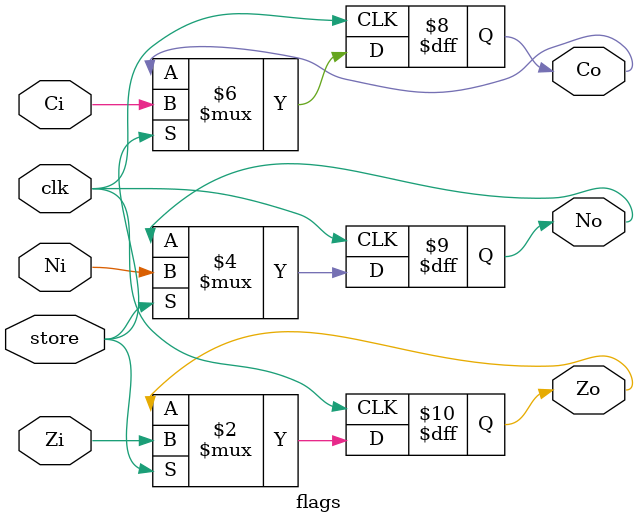
<source format=v>
module flags (
  input store,
  input clk,
  input Ci, Ni, Zi,
  output reg Co, No, Zo
);
  always @(posedge(clk)) begin
    if (store) begin
      Co <= Ci;
      No <= Ni;
      Zo <= Zi;
    end
  end
endmodule
</source>
